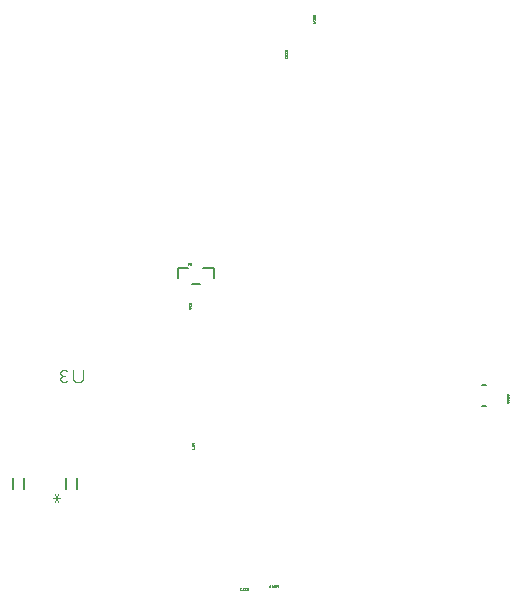
<source format=gbr>
%FSLAX35Y35*%
%MOIN*%
G04 EasyPC Gerber Version 18.0.8 Build 3632 *
%ADD83C,0.00039*%
%ADD82C,0.00300*%
%ADD81C,0.00600*%
X0Y0D02*
D02*
D81*
X15739Y67309D02*
Y63809D01*
X19239Y67309D02*
Y63809D01*
X33456Y67309D02*
Y63809D01*
X36956Y67309D02*
Y63809D01*
X70544Y134051D02*
Y137440D01*
X74085*
X77835Y131940D02*
X75254D01*
X79004Y137440D02*
X82544D01*
Y134051*
X171854Y98476D02*
X173361D01*
Y91376D02*
X171854D01*
D02*
D82*
X31348Y60696D02*
X28848D01*
X30722Y59446D02*
X29472Y61946D01*
X30722D02*
X29472Y59446D01*
X38848Y103196D02*
Y100384D01*
X38535Y99759*
X37910Y99446*
X36660*
X36035Y99759*
X35722Y100384*
Y103196*
X33535Y99759D02*
X32910Y99446D01*
X32285*
X31660Y99759*
X31348Y100384*
X31660Y101009*
X32285Y101321*
X32910*
X32285D02*
X31660Y101634D01*
X31348Y102259*
X31660Y102884*
X32285Y103196*
X32910*
X33535Y102884*
D02*
D83*
X74930Y138440D02*
Y139030D01*
X74635*
X74537Y138981*
X74487Y138932*
X74438Y138833*
Y138637*
X74487Y138538*
X74537Y138489*
X74635Y138440*
X74930*
X74044D02*
X73848D01*
X73946D02*
Y139030D01*
X74044Y138932*
X74802Y125733D02*
X74212D01*
Y125389*
X74261Y125290*
X74359Y125241*
X74458Y125290*
X74507Y125389*
Y125733*
Y125389D02*
X74802Y125241D01*
Y124847D02*
Y124650D01*
Y124749D02*
X74212D01*
X74310Y124847*
X74753Y124109D02*
X74802Y124011D01*
Y123912*
X74753Y123814*
X74655Y123765*
X74359*
X74261Y123814*
X74212Y123912*
Y124011*
X74261Y124109*
X74359Y124158*
X74655*
X74753Y124109*
X74261Y123814*
X75983Y78883D02*
X75393D01*
Y78538*
X75442Y78440*
X75541Y78391*
X75639Y78440*
X75688Y78538*
Y78883*
Y78538D02*
X75983Y78391D01*
Y77997D02*
Y77800D01*
Y77898D02*
X75393D01*
X75491Y77997*
X75983Y77209D02*
Y77013D01*
Y77111D02*
X75393D01*
X75491Y77209*
X93966Y30133D02*
Y30723D01*
X93621*
X93523Y30674*
X93474Y30576*
X93523Y30477*
X93621Y30428*
X93966*
X93621D02*
X93474Y30133D01*
X92785D02*
X93178D01*
X92834Y30477*
X92785Y30576*
X92834Y30674*
X92932Y30723*
X93080*
X93178Y30674*
X92293Y30133D02*
X92096D01*
X92194D02*
Y30723D01*
X92293Y30625*
X91505Y30133D02*
X91308D01*
X91407D02*
Y30723D01*
X91505Y30625*
X103808Y30920D02*
Y31511D01*
X103464*
X103365Y31461*
X103316Y31363*
X103365Y31265*
X103464Y31215*
X103808*
X103464D02*
X103316Y30920D01*
X102627D02*
X103021D01*
X102676Y31265*
X102627Y31363*
X102676Y31461*
X102775Y31511*
X102922*
X103021Y31461*
X102135Y30920D02*
X101938D01*
X102037D02*
Y31511D01*
X102135Y31412*
X101052Y30920D02*
X101446D01*
X101102Y31265*
X101052Y31363*
X101102Y31461*
X101200Y31511*
X101348*
X101446Y31461*
X106889Y209985D02*
X106298D01*
Y209641*
X106348Y209542*
X106446Y209493*
X106544Y209542*
X106594Y209641*
Y209985*
Y209641D02*
X106889Y209493D01*
Y208804D02*
Y209198D01*
X106544Y208853*
X106446Y208804*
X106348Y208853*
X106298Y208952*
Y209099*
X106348Y209198*
X106840Y208361D02*
X106889Y208263D01*
Y208164*
X106840Y208066*
X106741Y208017*
X106446*
X106348Y208066*
X106298Y208164*
Y208263*
X106348Y208361*
X106446Y208410*
X106741*
X106840Y208361*
X106348Y208066*
X106889Y207524D02*
Y207328D01*
Y207426D02*
X106298D01*
X106397Y207524*
X115688Y219040D02*
X116279D01*
Y219385*
X116230Y219483*
X116131Y219532*
X116033Y219483*
X115983Y219385*
Y219040*
Y219385D02*
X115688Y219532D01*
Y220221D02*
Y219828D01*
X116033Y220172*
X116131Y220221*
X116230Y220172*
X116279Y220074*
Y219926*
X116230Y219828*
X115737Y220664D02*
X115688Y220763D01*
Y220861*
X115737Y220959*
X115836Y221009*
X116131*
X116230Y220959*
X116279Y220861*
Y220763*
X116230Y220664*
X116131Y220615*
X115836*
X115737Y220664*
X116230Y220959*
X115737Y221452D02*
X115688Y221550D01*
Y221648*
X115737Y221747*
X115836Y221796*
X116131*
X116230Y221747*
X116279Y221648*
Y221550*
X116230Y221452*
X116131Y221402*
X115836*
X115737Y221452*
X116230Y221747*
X180354Y92918D02*
X180304Y92869D01*
X180255Y92770*
Y92623*
X180304Y92524*
X180354Y92475*
X180452Y92426*
X180649*
X180747Y92475*
X180796Y92524*
X180846Y92623*
Y92770*
X180796Y92869*
X180747Y92918*
X180304Y93263D02*
X180255Y93361D01*
Y93459*
X180304Y93558*
X180403Y93607*
X180501Y93558*
X180550Y93459*
Y93361*
Y93459D02*
X180600Y93558D01*
X180698Y93607*
X180796Y93558*
X180846Y93459*
Y93361*
X180796Y93263*
X180304Y94050D02*
X180255Y94148D01*
Y94247*
X180304Y94345*
X180403Y94394*
X180698*
X180796Y94345*
X180846Y94247*
Y94148*
X180796Y94050*
X180698Y94001*
X180403*
X180304Y94050*
X180796Y94345*
X180304Y94837D02*
X180255Y94936D01*
Y95034*
X180304Y95133*
X180403Y95182*
X180698*
X180796Y95133*
X180846Y95034*
Y94936*
X180796Y94837*
X180698Y94788*
X180403*
X180304Y94837*
X180796Y95133*
X0Y0D02*
M02*

</source>
